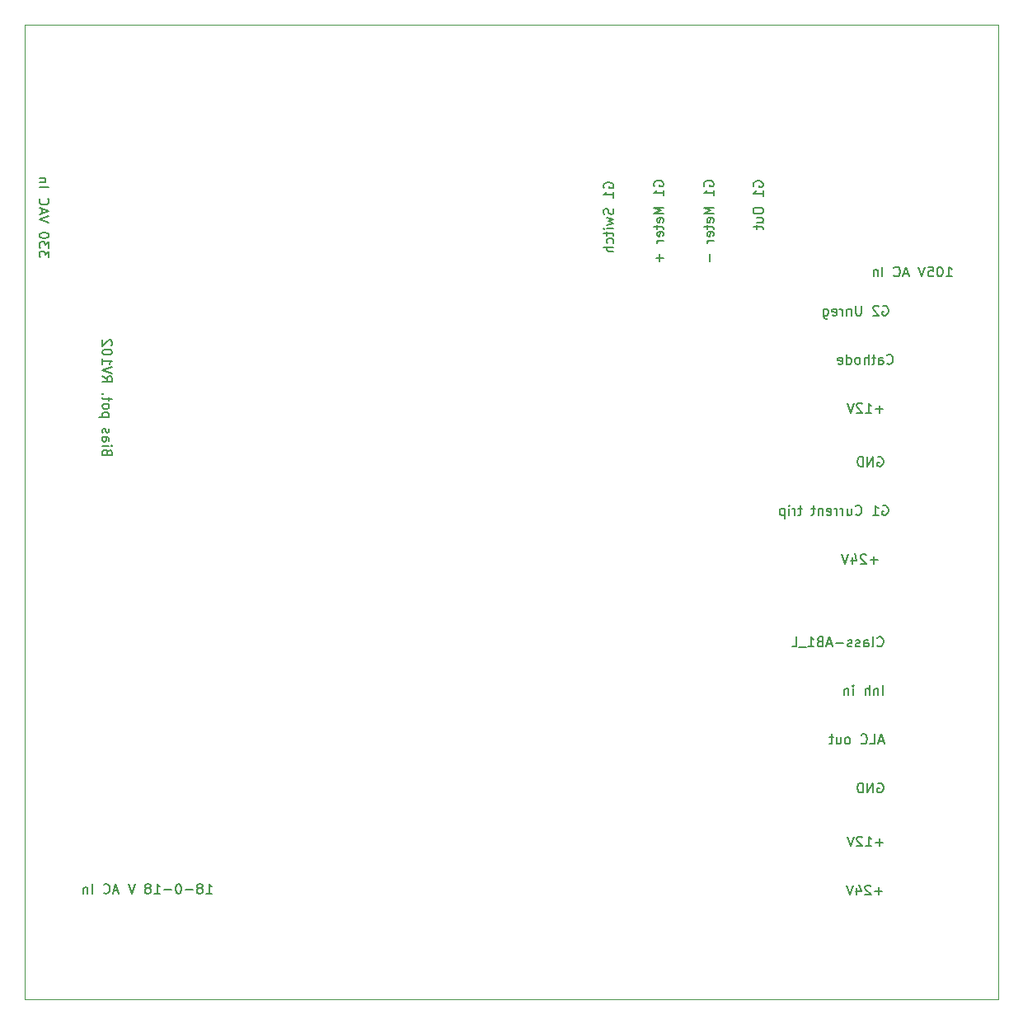
<source format=gbr>
%TF.GenerationSoftware,KiCad,Pcbnew,8.0.0*%
%TF.CreationDate,2024-02-29T12:59:18+01:00*%
%TF.ProjectId,G1-ALC,47312d41-4c43-42e6-9b69-6361645f7063,rev?*%
%TF.SameCoordinates,Original*%
%TF.FileFunction,Legend,Bot*%
%TF.FilePolarity,Positive*%
%FSLAX46Y46*%
G04 Gerber Fmt 4.6, Leading zero omitted, Abs format (unit mm)*
G04 Created by KiCad (PCBNEW 8.0.0) date 2024-02-29 12:59:18*
%MOMM*%
%LPD*%
G01*
G04 APERTURE LIST*
%ADD10C,0.150000*%
%TA.AperFunction,Profile*%
%ADD11C,0.100000*%
%TD*%
G04 APERTURE END LIST*
D10*
X138163220Y-64488866D02*
X137401316Y-64488866D01*
X137782268Y-64869819D02*
X137782268Y-64107914D01*
X136401316Y-64869819D02*
X136972744Y-64869819D01*
X136687030Y-64869819D02*
X136687030Y-63869819D01*
X136687030Y-63869819D02*
X136782268Y-64012676D01*
X136782268Y-64012676D02*
X136877506Y-64107914D01*
X136877506Y-64107914D02*
X136972744Y-64155533D01*
X136020363Y-63965057D02*
X135972744Y-63917438D01*
X135972744Y-63917438D02*
X135877506Y-63869819D01*
X135877506Y-63869819D02*
X135639411Y-63869819D01*
X135639411Y-63869819D02*
X135544173Y-63917438D01*
X135544173Y-63917438D02*
X135496554Y-63965057D01*
X135496554Y-63965057D02*
X135448935Y-64060295D01*
X135448935Y-64060295D02*
X135448935Y-64155533D01*
X135448935Y-64155533D02*
X135496554Y-64298390D01*
X135496554Y-64298390D02*
X136067982Y-64869819D01*
X136067982Y-64869819D02*
X135448935Y-64869819D01*
X135163220Y-63869819D02*
X134829887Y-64869819D01*
X134829887Y-64869819D02*
X134496554Y-63869819D01*
X137639411Y-69417438D02*
X137734649Y-69369819D01*
X137734649Y-69369819D02*
X137877506Y-69369819D01*
X137877506Y-69369819D02*
X138020363Y-69417438D01*
X138020363Y-69417438D02*
X138115601Y-69512676D01*
X138115601Y-69512676D02*
X138163220Y-69607914D01*
X138163220Y-69607914D02*
X138210839Y-69798390D01*
X138210839Y-69798390D02*
X138210839Y-69941247D01*
X138210839Y-69941247D02*
X138163220Y-70131723D01*
X138163220Y-70131723D02*
X138115601Y-70226961D01*
X138115601Y-70226961D02*
X138020363Y-70322200D01*
X138020363Y-70322200D02*
X137877506Y-70369819D01*
X137877506Y-70369819D02*
X137782268Y-70369819D01*
X137782268Y-70369819D02*
X137639411Y-70322200D01*
X137639411Y-70322200D02*
X137591792Y-70274580D01*
X137591792Y-70274580D02*
X137591792Y-69941247D01*
X137591792Y-69941247D02*
X137782268Y-69941247D01*
X137163220Y-70369819D02*
X137163220Y-69369819D01*
X137163220Y-69369819D02*
X136591792Y-70369819D01*
X136591792Y-70369819D02*
X136591792Y-69369819D01*
X136115601Y-70369819D02*
X136115601Y-69369819D01*
X136115601Y-69369819D02*
X135877506Y-69369819D01*
X135877506Y-69369819D02*
X135734649Y-69417438D01*
X135734649Y-69417438D02*
X135639411Y-69512676D01*
X135639411Y-69512676D02*
X135591792Y-69607914D01*
X135591792Y-69607914D02*
X135544173Y-69798390D01*
X135544173Y-69798390D02*
X135544173Y-69941247D01*
X135544173Y-69941247D02*
X135591792Y-70131723D01*
X135591792Y-70131723D02*
X135639411Y-70226961D01*
X135639411Y-70226961D02*
X135734649Y-70322200D01*
X135734649Y-70322200D02*
X135877506Y-70369819D01*
X135877506Y-70369819D02*
X136115601Y-70369819D01*
X138093220Y-113988866D02*
X137331316Y-113988866D01*
X137712268Y-114369819D02*
X137712268Y-113607914D01*
X136902744Y-113465057D02*
X136855125Y-113417438D01*
X136855125Y-113417438D02*
X136759887Y-113369819D01*
X136759887Y-113369819D02*
X136521792Y-113369819D01*
X136521792Y-113369819D02*
X136426554Y-113417438D01*
X136426554Y-113417438D02*
X136378935Y-113465057D01*
X136378935Y-113465057D02*
X136331316Y-113560295D01*
X136331316Y-113560295D02*
X136331316Y-113655533D01*
X136331316Y-113655533D02*
X136378935Y-113798390D01*
X136378935Y-113798390D02*
X136950363Y-114369819D01*
X136950363Y-114369819D02*
X136331316Y-114369819D01*
X135474173Y-113703152D02*
X135474173Y-114369819D01*
X135712268Y-113322200D02*
X135950363Y-114036485D01*
X135950363Y-114036485D02*
X135331316Y-114036485D01*
X135093220Y-113369819D02*
X134759887Y-114369819D01*
X134759887Y-114369819D02*
X134426554Y-113369819D01*
X119827438Y-41580588D02*
X119779819Y-41485350D01*
X119779819Y-41485350D02*
X119779819Y-41342493D01*
X119779819Y-41342493D02*
X119827438Y-41199636D01*
X119827438Y-41199636D02*
X119922676Y-41104398D01*
X119922676Y-41104398D02*
X120017914Y-41056779D01*
X120017914Y-41056779D02*
X120208390Y-41009160D01*
X120208390Y-41009160D02*
X120351247Y-41009160D01*
X120351247Y-41009160D02*
X120541723Y-41056779D01*
X120541723Y-41056779D02*
X120636961Y-41104398D01*
X120636961Y-41104398D02*
X120732200Y-41199636D01*
X120732200Y-41199636D02*
X120779819Y-41342493D01*
X120779819Y-41342493D02*
X120779819Y-41437731D01*
X120779819Y-41437731D02*
X120732200Y-41580588D01*
X120732200Y-41580588D02*
X120684580Y-41628207D01*
X120684580Y-41628207D02*
X120351247Y-41628207D01*
X120351247Y-41628207D02*
X120351247Y-41437731D01*
X120779819Y-42580588D02*
X120779819Y-42009160D01*
X120779819Y-42294874D02*
X119779819Y-42294874D01*
X119779819Y-42294874D02*
X119922676Y-42199636D01*
X119922676Y-42199636D02*
X120017914Y-42104398D01*
X120017914Y-42104398D02*
X120065533Y-42009160D01*
X120779819Y-43771065D02*
X119779819Y-43771065D01*
X119779819Y-43771065D02*
X120494104Y-44104398D01*
X120494104Y-44104398D02*
X119779819Y-44437731D01*
X119779819Y-44437731D02*
X120779819Y-44437731D01*
X120732200Y-45294874D02*
X120779819Y-45199636D01*
X120779819Y-45199636D02*
X120779819Y-45009160D01*
X120779819Y-45009160D02*
X120732200Y-44913922D01*
X120732200Y-44913922D02*
X120636961Y-44866303D01*
X120636961Y-44866303D02*
X120256009Y-44866303D01*
X120256009Y-44866303D02*
X120160771Y-44913922D01*
X120160771Y-44913922D02*
X120113152Y-45009160D01*
X120113152Y-45009160D02*
X120113152Y-45199636D01*
X120113152Y-45199636D02*
X120160771Y-45294874D01*
X120160771Y-45294874D02*
X120256009Y-45342493D01*
X120256009Y-45342493D02*
X120351247Y-45342493D01*
X120351247Y-45342493D02*
X120446485Y-44866303D01*
X120113152Y-45628208D02*
X120113152Y-46009160D01*
X119779819Y-45771065D02*
X120636961Y-45771065D01*
X120636961Y-45771065D02*
X120732200Y-45818684D01*
X120732200Y-45818684D02*
X120779819Y-45913922D01*
X120779819Y-45913922D02*
X120779819Y-46009160D01*
X120732200Y-46723446D02*
X120779819Y-46628208D01*
X120779819Y-46628208D02*
X120779819Y-46437732D01*
X120779819Y-46437732D02*
X120732200Y-46342494D01*
X120732200Y-46342494D02*
X120636961Y-46294875D01*
X120636961Y-46294875D02*
X120256009Y-46294875D01*
X120256009Y-46294875D02*
X120160771Y-46342494D01*
X120160771Y-46342494D02*
X120113152Y-46437732D01*
X120113152Y-46437732D02*
X120113152Y-46628208D01*
X120113152Y-46628208D02*
X120160771Y-46723446D01*
X120160771Y-46723446D02*
X120256009Y-46771065D01*
X120256009Y-46771065D02*
X120351247Y-46771065D01*
X120351247Y-46771065D02*
X120446485Y-46294875D01*
X120779819Y-47199637D02*
X120113152Y-47199637D01*
X120303628Y-47199637D02*
X120208390Y-47247256D01*
X120208390Y-47247256D02*
X120160771Y-47294875D01*
X120160771Y-47294875D02*
X120113152Y-47390113D01*
X120113152Y-47390113D02*
X120113152Y-47485351D01*
X120398866Y-48580590D02*
X120398866Y-49342495D01*
X138591792Y-59774580D02*
X138639411Y-59822200D01*
X138639411Y-59822200D02*
X138782268Y-59869819D01*
X138782268Y-59869819D02*
X138877506Y-59869819D01*
X138877506Y-59869819D02*
X139020363Y-59822200D01*
X139020363Y-59822200D02*
X139115601Y-59726961D01*
X139115601Y-59726961D02*
X139163220Y-59631723D01*
X139163220Y-59631723D02*
X139210839Y-59441247D01*
X139210839Y-59441247D02*
X139210839Y-59298390D01*
X139210839Y-59298390D02*
X139163220Y-59107914D01*
X139163220Y-59107914D02*
X139115601Y-59012676D01*
X139115601Y-59012676D02*
X139020363Y-58917438D01*
X139020363Y-58917438D02*
X138877506Y-58869819D01*
X138877506Y-58869819D02*
X138782268Y-58869819D01*
X138782268Y-58869819D02*
X138639411Y-58917438D01*
X138639411Y-58917438D02*
X138591792Y-58965057D01*
X137734649Y-59869819D02*
X137734649Y-59346009D01*
X137734649Y-59346009D02*
X137782268Y-59250771D01*
X137782268Y-59250771D02*
X137877506Y-59203152D01*
X137877506Y-59203152D02*
X138067982Y-59203152D01*
X138067982Y-59203152D02*
X138163220Y-59250771D01*
X137734649Y-59822200D02*
X137829887Y-59869819D01*
X137829887Y-59869819D02*
X138067982Y-59869819D01*
X138067982Y-59869819D02*
X138163220Y-59822200D01*
X138163220Y-59822200D02*
X138210839Y-59726961D01*
X138210839Y-59726961D02*
X138210839Y-59631723D01*
X138210839Y-59631723D02*
X138163220Y-59536485D01*
X138163220Y-59536485D02*
X138067982Y-59488866D01*
X138067982Y-59488866D02*
X137829887Y-59488866D01*
X137829887Y-59488866D02*
X137734649Y-59441247D01*
X137401315Y-59203152D02*
X137020363Y-59203152D01*
X137258458Y-58869819D02*
X137258458Y-59726961D01*
X137258458Y-59726961D02*
X137210839Y-59822200D01*
X137210839Y-59822200D02*
X137115601Y-59869819D01*
X137115601Y-59869819D02*
X137020363Y-59869819D01*
X136687029Y-59869819D02*
X136687029Y-58869819D01*
X136258458Y-59869819D02*
X136258458Y-59346009D01*
X136258458Y-59346009D02*
X136306077Y-59250771D01*
X136306077Y-59250771D02*
X136401315Y-59203152D01*
X136401315Y-59203152D02*
X136544172Y-59203152D01*
X136544172Y-59203152D02*
X136639410Y-59250771D01*
X136639410Y-59250771D02*
X136687029Y-59298390D01*
X135639410Y-59869819D02*
X135734648Y-59822200D01*
X135734648Y-59822200D02*
X135782267Y-59774580D01*
X135782267Y-59774580D02*
X135829886Y-59679342D01*
X135829886Y-59679342D02*
X135829886Y-59393628D01*
X135829886Y-59393628D02*
X135782267Y-59298390D01*
X135782267Y-59298390D02*
X135734648Y-59250771D01*
X135734648Y-59250771D02*
X135639410Y-59203152D01*
X135639410Y-59203152D02*
X135496553Y-59203152D01*
X135496553Y-59203152D02*
X135401315Y-59250771D01*
X135401315Y-59250771D02*
X135353696Y-59298390D01*
X135353696Y-59298390D02*
X135306077Y-59393628D01*
X135306077Y-59393628D02*
X135306077Y-59679342D01*
X135306077Y-59679342D02*
X135353696Y-59774580D01*
X135353696Y-59774580D02*
X135401315Y-59822200D01*
X135401315Y-59822200D02*
X135496553Y-59869819D01*
X135496553Y-59869819D02*
X135639410Y-59869819D01*
X134448934Y-59869819D02*
X134448934Y-58869819D01*
X134448934Y-59822200D02*
X134544172Y-59869819D01*
X134544172Y-59869819D02*
X134734648Y-59869819D01*
X134734648Y-59869819D02*
X134829886Y-59822200D01*
X134829886Y-59822200D02*
X134877505Y-59774580D01*
X134877505Y-59774580D02*
X134925124Y-59679342D01*
X134925124Y-59679342D02*
X134925124Y-59393628D01*
X134925124Y-59393628D02*
X134877505Y-59298390D01*
X134877505Y-59298390D02*
X134829886Y-59250771D01*
X134829886Y-59250771D02*
X134734648Y-59203152D01*
X134734648Y-59203152D02*
X134544172Y-59203152D01*
X134544172Y-59203152D02*
X134448934Y-59250771D01*
X133591791Y-59822200D02*
X133687029Y-59869819D01*
X133687029Y-59869819D02*
X133877505Y-59869819D01*
X133877505Y-59869819D02*
X133972743Y-59822200D01*
X133972743Y-59822200D02*
X134020362Y-59726961D01*
X134020362Y-59726961D02*
X134020362Y-59346009D01*
X134020362Y-59346009D02*
X133972743Y-59250771D01*
X133972743Y-59250771D02*
X133877505Y-59203152D01*
X133877505Y-59203152D02*
X133687029Y-59203152D01*
X133687029Y-59203152D02*
X133591791Y-59250771D01*
X133591791Y-59250771D02*
X133544172Y-59346009D01*
X133544172Y-59346009D02*
X133544172Y-59441247D01*
X133544172Y-59441247D02*
X134020362Y-59536485D01*
X138163220Y-108988866D02*
X137401316Y-108988866D01*
X137782268Y-109369819D02*
X137782268Y-108607914D01*
X136401316Y-109369819D02*
X136972744Y-109369819D01*
X136687030Y-109369819D02*
X136687030Y-108369819D01*
X136687030Y-108369819D02*
X136782268Y-108512676D01*
X136782268Y-108512676D02*
X136877506Y-108607914D01*
X136877506Y-108607914D02*
X136972744Y-108655533D01*
X136020363Y-108465057D02*
X135972744Y-108417438D01*
X135972744Y-108417438D02*
X135877506Y-108369819D01*
X135877506Y-108369819D02*
X135639411Y-108369819D01*
X135639411Y-108369819D02*
X135544173Y-108417438D01*
X135544173Y-108417438D02*
X135496554Y-108465057D01*
X135496554Y-108465057D02*
X135448935Y-108560295D01*
X135448935Y-108560295D02*
X135448935Y-108655533D01*
X135448935Y-108655533D02*
X135496554Y-108798390D01*
X135496554Y-108798390D02*
X136067982Y-109369819D01*
X136067982Y-109369819D02*
X135448935Y-109369819D01*
X135163220Y-108369819D02*
X134829887Y-109369819D01*
X134829887Y-109369819D02*
X134496554Y-108369819D01*
X138210839Y-98584104D02*
X137734649Y-98584104D01*
X138306077Y-98869819D02*
X137972744Y-97869819D01*
X137972744Y-97869819D02*
X137639411Y-98869819D01*
X136829887Y-98869819D02*
X137306077Y-98869819D01*
X137306077Y-98869819D02*
X137306077Y-97869819D01*
X135925125Y-98774580D02*
X135972744Y-98822200D01*
X135972744Y-98822200D02*
X136115601Y-98869819D01*
X136115601Y-98869819D02*
X136210839Y-98869819D01*
X136210839Y-98869819D02*
X136353696Y-98822200D01*
X136353696Y-98822200D02*
X136448934Y-98726961D01*
X136448934Y-98726961D02*
X136496553Y-98631723D01*
X136496553Y-98631723D02*
X136544172Y-98441247D01*
X136544172Y-98441247D02*
X136544172Y-98298390D01*
X136544172Y-98298390D02*
X136496553Y-98107914D01*
X136496553Y-98107914D02*
X136448934Y-98012676D01*
X136448934Y-98012676D02*
X136353696Y-97917438D01*
X136353696Y-97917438D02*
X136210839Y-97869819D01*
X136210839Y-97869819D02*
X136115601Y-97869819D01*
X136115601Y-97869819D02*
X135972744Y-97917438D01*
X135972744Y-97917438D02*
X135925125Y-97965057D01*
X134591791Y-98869819D02*
X134687029Y-98822200D01*
X134687029Y-98822200D02*
X134734648Y-98774580D01*
X134734648Y-98774580D02*
X134782267Y-98679342D01*
X134782267Y-98679342D02*
X134782267Y-98393628D01*
X134782267Y-98393628D02*
X134734648Y-98298390D01*
X134734648Y-98298390D02*
X134687029Y-98250771D01*
X134687029Y-98250771D02*
X134591791Y-98203152D01*
X134591791Y-98203152D02*
X134448934Y-98203152D01*
X134448934Y-98203152D02*
X134353696Y-98250771D01*
X134353696Y-98250771D02*
X134306077Y-98298390D01*
X134306077Y-98298390D02*
X134258458Y-98393628D01*
X134258458Y-98393628D02*
X134258458Y-98679342D01*
X134258458Y-98679342D02*
X134306077Y-98774580D01*
X134306077Y-98774580D02*
X134353696Y-98822200D01*
X134353696Y-98822200D02*
X134448934Y-98869819D01*
X134448934Y-98869819D02*
X134591791Y-98869819D01*
X133401315Y-98203152D02*
X133401315Y-98869819D01*
X133829886Y-98203152D02*
X133829886Y-98726961D01*
X133829886Y-98726961D02*
X133782267Y-98822200D01*
X133782267Y-98822200D02*
X133687029Y-98869819D01*
X133687029Y-98869819D02*
X133544172Y-98869819D01*
X133544172Y-98869819D02*
X133448934Y-98822200D01*
X133448934Y-98822200D02*
X133401315Y-98774580D01*
X133067981Y-98203152D02*
X132687029Y-98203152D01*
X132925124Y-97869819D02*
X132925124Y-98726961D01*
X132925124Y-98726961D02*
X132877505Y-98822200D01*
X132877505Y-98822200D02*
X132782267Y-98869819D01*
X132782267Y-98869819D02*
X132687029Y-98869819D01*
X68659411Y-114239819D02*
X69230839Y-114239819D01*
X68945125Y-114239819D02*
X68945125Y-113239819D01*
X68945125Y-113239819D02*
X69040363Y-113382676D01*
X69040363Y-113382676D02*
X69135601Y-113477914D01*
X69135601Y-113477914D02*
X69230839Y-113525533D01*
X68087982Y-113668390D02*
X68183220Y-113620771D01*
X68183220Y-113620771D02*
X68230839Y-113573152D01*
X68230839Y-113573152D02*
X68278458Y-113477914D01*
X68278458Y-113477914D02*
X68278458Y-113430295D01*
X68278458Y-113430295D02*
X68230839Y-113335057D01*
X68230839Y-113335057D02*
X68183220Y-113287438D01*
X68183220Y-113287438D02*
X68087982Y-113239819D01*
X68087982Y-113239819D02*
X67897506Y-113239819D01*
X67897506Y-113239819D02*
X67802268Y-113287438D01*
X67802268Y-113287438D02*
X67754649Y-113335057D01*
X67754649Y-113335057D02*
X67707030Y-113430295D01*
X67707030Y-113430295D02*
X67707030Y-113477914D01*
X67707030Y-113477914D02*
X67754649Y-113573152D01*
X67754649Y-113573152D02*
X67802268Y-113620771D01*
X67802268Y-113620771D02*
X67897506Y-113668390D01*
X67897506Y-113668390D02*
X68087982Y-113668390D01*
X68087982Y-113668390D02*
X68183220Y-113716009D01*
X68183220Y-113716009D02*
X68230839Y-113763628D01*
X68230839Y-113763628D02*
X68278458Y-113858866D01*
X68278458Y-113858866D02*
X68278458Y-114049342D01*
X68278458Y-114049342D02*
X68230839Y-114144580D01*
X68230839Y-114144580D02*
X68183220Y-114192200D01*
X68183220Y-114192200D02*
X68087982Y-114239819D01*
X68087982Y-114239819D02*
X67897506Y-114239819D01*
X67897506Y-114239819D02*
X67802268Y-114192200D01*
X67802268Y-114192200D02*
X67754649Y-114144580D01*
X67754649Y-114144580D02*
X67707030Y-114049342D01*
X67707030Y-114049342D02*
X67707030Y-113858866D01*
X67707030Y-113858866D02*
X67754649Y-113763628D01*
X67754649Y-113763628D02*
X67802268Y-113716009D01*
X67802268Y-113716009D02*
X67897506Y-113668390D01*
X67278458Y-113858866D02*
X66516554Y-113858866D01*
X65849887Y-113239819D02*
X65754649Y-113239819D01*
X65754649Y-113239819D02*
X65659411Y-113287438D01*
X65659411Y-113287438D02*
X65611792Y-113335057D01*
X65611792Y-113335057D02*
X65564173Y-113430295D01*
X65564173Y-113430295D02*
X65516554Y-113620771D01*
X65516554Y-113620771D02*
X65516554Y-113858866D01*
X65516554Y-113858866D02*
X65564173Y-114049342D01*
X65564173Y-114049342D02*
X65611792Y-114144580D01*
X65611792Y-114144580D02*
X65659411Y-114192200D01*
X65659411Y-114192200D02*
X65754649Y-114239819D01*
X65754649Y-114239819D02*
X65849887Y-114239819D01*
X65849887Y-114239819D02*
X65945125Y-114192200D01*
X65945125Y-114192200D02*
X65992744Y-114144580D01*
X65992744Y-114144580D02*
X66040363Y-114049342D01*
X66040363Y-114049342D02*
X66087982Y-113858866D01*
X66087982Y-113858866D02*
X66087982Y-113620771D01*
X66087982Y-113620771D02*
X66040363Y-113430295D01*
X66040363Y-113430295D02*
X65992744Y-113335057D01*
X65992744Y-113335057D02*
X65945125Y-113287438D01*
X65945125Y-113287438D02*
X65849887Y-113239819D01*
X65087982Y-113858866D02*
X64326078Y-113858866D01*
X63326078Y-114239819D02*
X63897506Y-114239819D01*
X63611792Y-114239819D02*
X63611792Y-113239819D01*
X63611792Y-113239819D02*
X63707030Y-113382676D01*
X63707030Y-113382676D02*
X63802268Y-113477914D01*
X63802268Y-113477914D02*
X63897506Y-113525533D01*
X62754649Y-113668390D02*
X62849887Y-113620771D01*
X62849887Y-113620771D02*
X62897506Y-113573152D01*
X62897506Y-113573152D02*
X62945125Y-113477914D01*
X62945125Y-113477914D02*
X62945125Y-113430295D01*
X62945125Y-113430295D02*
X62897506Y-113335057D01*
X62897506Y-113335057D02*
X62849887Y-113287438D01*
X62849887Y-113287438D02*
X62754649Y-113239819D01*
X62754649Y-113239819D02*
X62564173Y-113239819D01*
X62564173Y-113239819D02*
X62468935Y-113287438D01*
X62468935Y-113287438D02*
X62421316Y-113335057D01*
X62421316Y-113335057D02*
X62373697Y-113430295D01*
X62373697Y-113430295D02*
X62373697Y-113477914D01*
X62373697Y-113477914D02*
X62421316Y-113573152D01*
X62421316Y-113573152D02*
X62468935Y-113620771D01*
X62468935Y-113620771D02*
X62564173Y-113668390D01*
X62564173Y-113668390D02*
X62754649Y-113668390D01*
X62754649Y-113668390D02*
X62849887Y-113716009D01*
X62849887Y-113716009D02*
X62897506Y-113763628D01*
X62897506Y-113763628D02*
X62945125Y-113858866D01*
X62945125Y-113858866D02*
X62945125Y-114049342D01*
X62945125Y-114049342D02*
X62897506Y-114144580D01*
X62897506Y-114144580D02*
X62849887Y-114192200D01*
X62849887Y-114192200D02*
X62754649Y-114239819D01*
X62754649Y-114239819D02*
X62564173Y-114239819D01*
X62564173Y-114239819D02*
X62468935Y-114192200D01*
X62468935Y-114192200D02*
X62421316Y-114144580D01*
X62421316Y-114144580D02*
X62373697Y-114049342D01*
X62373697Y-114049342D02*
X62373697Y-113858866D01*
X62373697Y-113858866D02*
X62421316Y-113763628D01*
X62421316Y-113763628D02*
X62468935Y-113716009D01*
X62468935Y-113716009D02*
X62564173Y-113668390D01*
X61326077Y-113239819D02*
X60992744Y-114239819D01*
X60992744Y-114239819D02*
X60659411Y-113239819D01*
X59611791Y-113954104D02*
X59135601Y-113954104D01*
X59707029Y-114239819D02*
X59373696Y-113239819D01*
X59373696Y-113239819D02*
X59040363Y-114239819D01*
X58135601Y-114144580D02*
X58183220Y-114192200D01*
X58183220Y-114192200D02*
X58326077Y-114239819D01*
X58326077Y-114239819D02*
X58421315Y-114239819D01*
X58421315Y-114239819D02*
X58564172Y-114192200D01*
X58564172Y-114192200D02*
X58659410Y-114096961D01*
X58659410Y-114096961D02*
X58707029Y-114001723D01*
X58707029Y-114001723D02*
X58754648Y-113811247D01*
X58754648Y-113811247D02*
X58754648Y-113668390D01*
X58754648Y-113668390D02*
X58707029Y-113477914D01*
X58707029Y-113477914D02*
X58659410Y-113382676D01*
X58659410Y-113382676D02*
X58564172Y-113287438D01*
X58564172Y-113287438D02*
X58421315Y-113239819D01*
X58421315Y-113239819D02*
X58326077Y-113239819D01*
X58326077Y-113239819D02*
X58183220Y-113287438D01*
X58183220Y-113287438D02*
X58135601Y-113335057D01*
X56945124Y-114239819D02*
X56945124Y-113239819D01*
X56468934Y-113573152D02*
X56468934Y-114239819D01*
X56468934Y-113668390D02*
X56421315Y-113620771D01*
X56421315Y-113620771D02*
X56326077Y-113573152D01*
X56326077Y-113573152D02*
X56183220Y-113573152D01*
X56183220Y-113573152D02*
X56087982Y-113620771D01*
X56087982Y-113620771D02*
X56040363Y-113716009D01*
X56040363Y-113716009D02*
X56040363Y-114239819D01*
X58523990Y-68919887D02*
X58476371Y-68777030D01*
X58476371Y-68777030D02*
X58428752Y-68729411D01*
X58428752Y-68729411D02*
X58333514Y-68681792D01*
X58333514Y-68681792D02*
X58190657Y-68681792D01*
X58190657Y-68681792D02*
X58095419Y-68729411D01*
X58095419Y-68729411D02*
X58047800Y-68777030D01*
X58047800Y-68777030D02*
X58000180Y-68872268D01*
X58000180Y-68872268D02*
X58000180Y-69253220D01*
X58000180Y-69253220D02*
X59000180Y-69253220D01*
X59000180Y-69253220D02*
X59000180Y-68919887D01*
X59000180Y-68919887D02*
X58952561Y-68824649D01*
X58952561Y-68824649D02*
X58904942Y-68777030D01*
X58904942Y-68777030D02*
X58809704Y-68729411D01*
X58809704Y-68729411D02*
X58714466Y-68729411D01*
X58714466Y-68729411D02*
X58619228Y-68777030D01*
X58619228Y-68777030D02*
X58571609Y-68824649D01*
X58571609Y-68824649D02*
X58523990Y-68919887D01*
X58523990Y-68919887D02*
X58523990Y-69253220D01*
X58000180Y-68253220D02*
X58666847Y-68253220D01*
X59000180Y-68253220D02*
X58952561Y-68300839D01*
X58952561Y-68300839D02*
X58904942Y-68253220D01*
X58904942Y-68253220D02*
X58952561Y-68205601D01*
X58952561Y-68205601D02*
X59000180Y-68253220D01*
X59000180Y-68253220D02*
X58904942Y-68253220D01*
X58000180Y-67348459D02*
X58523990Y-67348459D01*
X58523990Y-67348459D02*
X58619228Y-67396078D01*
X58619228Y-67396078D02*
X58666847Y-67491316D01*
X58666847Y-67491316D02*
X58666847Y-67681792D01*
X58666847Y-67681792D02*
X58619228Y-67777030D01*
X58047800Y-67348459D02*
X58000180Y-67443697D01*
X58000180Y-67443697D02*
X58000180Y-67681792D01*
X58000180Y-67681792D02*
X58047800Y-67777030D01*
X58047800Y-67777030D02*
X58143038Y-67824649D01*
X58143038Y-67824649D02*
X58238276Y-67824649D01*
X58238276Y-67824649D02*
X58333514Y-67777030D01*
X58333514Y-67777030D02*
X58381133Y-67681792D01*
X58381133Y-67681792D02*
X58381133Y-67443697D01*
X58381133Y-67443697D02*
X58428752Y-67348459D01*
X58047800Y-66919887D02*
X58000180Y-66824649D01*
X58000180Y-66824649D02*
X58000180Y-66634173D01*
X58000180Y-66634173D02*
X58047800Y-66538935D01*
X58047800Y-66538935D02*
X58143038Y-66491316D01*
X58143038Y-66491316D02*
X58190657Y-66491316D01*
X58190657Y-66491316D02*
X58285895Y-66538935D01*
X58285895Y-66538935D02*
X58333514Y-66634173D01*
X58333514Y-66634173D02*
X58333514Y-66777030D01*
X58333514Y-66777030D02*
X58381133Y-66872268D01*
X58381133Y-66872268D02*
X58476371Y-66919887D01*
X58476371Y-66919887D02*
X58523990Y-66919887D01*
X58523990Y-66919887D02*
X58619228Y-66872268D01*
X58619228Y-66872268D02*
X58666847Y-66777030D01*
X58666847Y-66777030D02*
X58666847Y-66634173D01*
X58666847Y-66634173D02*
X58619228Y-66538935D01*
X58666847Y-65300839D02*
X57666847Y-65300839D01*
X58619228Y-65300839D02*
X58666847Y-65205601D01*
X58666847Y-65205601D02*
X58666847Y-65015125D01*
X58666847Y-65015125D02*
X58619228Y-64919887D01*
X58619228Y-64919887D02*
X58571609Y-64872268D01*
X58571609Y-64872268D02*
X58476371Y-64824649D01*
X58476371Y-64824649D02*
X58190657Y-64824649D01*
X58190657Y-64824649D02*
X58095419Y-64872268D01*
X58095419Y-64872268D02*
X58047800Y-64919887D01*
X58047800Y-64919887D02*
X58000180Y-65015125D01*
X58000180Y-65015125D02*
X58000180Y-65205601D01*
X58000180Y-65205601D02*
X58047800Y-65300839D01*
X58000180Y-64253220D02*
X58047800Y-64348458D01*
X58047800Y-64348458D02*
X58095419Y-64396077D01*
X58095419Y-64396077D02*
X58190657Y-64443696D01*
X58190657Y-64443696D02*
X58476371Y-64443696D01*
X58476371Y-64443696D02*
X58571609Y-64396077D01*
X58571609Y-64396077D02*
X58619228Y-64348458D01*
X58619228Y-64348458D02*
X58666847Y-64253220D01*
X58666847Y-64253220D02*
X58666847Y-64110363D01*
X58666847Y-64110363D02*
X58619228Y-64015125D01*
X58619228Y-64015125D02*
X58571609Y-63967506D01*
X58571609Y-63967506D02*
X58476371Y-63919887D01*
X58476371Y-63919887D02*
X58190657Y-63919887D01*
X58190657Y-63919887D02*
X58095419Y-63967506D01*
X58095419Y-63967506D02*
X58047800Y-64015125D01*
X58047800Y-64015125D02*
X58000180Y-64110363D01*
X58000180Y-64110363D02*
X58000180Y-64253220D01*
X58666847Y-63634172D02*
X58666847Y-63253220D01*
X59000180Y-63491315D02*
X58143038Y-63491315D01*
X58143038Y-63491315D02*
X58047800Y-63443696D01*
X58047800Y-63443696D02*
X58000180Y-63348458D01*
X58000180Y-63348458D02*
X58000180Y-63253220D01*
X58095419Y-62919886D02*
X58047800Y-62872267D01*
X58047800Y-62872267D02*
X58000180Y-62919886D01*
X58000180Y-62919886D02*
X58047800Y-62967505D01*
X58047800Y-62967505D02*
X58095419Y-62919886D01*
X58095419Y-62919886D02*
X58000180Y-62919886D01*
X58000180Y-61110363D02*
X58476371Y-61443696D01*
X58000180Y-61681791D02*
X59000180Y-61681791D01*
X59000180Y-61681791D02*
X59000180Y-61300839D01*
X59000180Y-61300839D02*
X58952561Y-61205601D01*
X58952561Y-61205601D02*
X58904942Y-61157982D01*
X58904942Y-61157982D02*
X58809704Y-61110363D01*
X58809704Y-61110363D02*
X58666847Y-61110363D01*
X58666847Y-61110363D02*
X58571609Y-61157982D01*
X58571609Y-61157982D02*
X58523990Y-61205601D01*
X58523990Y-61205601D02*
X58476371Y-61300839D01*
X58476371Y-61300839D02*
X58476371Y-61681791D01*
X59000180Y-60824648D02*
X58000180Y-60491315D01*
X58000180Y-60491315D02*
X59000180Y-60157982D01*
X58000180Y-59300839D02*
X58000180Y-59872267D01*
X58000180Y-59586553D02*
X59000180Y-59586553D01*
X59000180Y-59586553D02*
X58857323Y-59681791D01*
X58857323Y-59681791D02*
X58762085Y-59777029D01*
X58762085Y-59777029D02*
X58714466Y-59872267D01*
X59000180Y-58681791D02*
X59000180Y-58586553D01*
X59000180Y-58586553D02*
X58952561Y-58491315D01*
X58952561Y-58491315D02*
X58904942Y-58443696D01*
X58904942Y-58443696D02*
X58809704Y-58396077D01*
X58809704Y-58396077D02*
X58619228Y-58348458D01*
X58619228Y-58348458D02*
X58381133Y-58348458D01*
X58381133Y-58348458D02*
X58190657Y-58396077D01*
X58190657Y-58396077D02*
X58095419Y-58443696D01*
X58095419Y-58443696D02*
X58047800Y-58491315D01*
X58047800Y-58491315D02*
X58000180Y-58586553D01*
X58000180Y-58586553D02*
X58000180Y-58681791D01*
X58000180Y-58681791D02*
X58047800Y-58777029D01*
X58047800Y-58777029D02*
X58095419Y-58824648D01*
X58095419Y-58824648D02*
X58190657Y-58872267D01*
X58190657Y-58872267D02*
X58381133Y-58919886D01*
X58381133Y-58919886D02*
X58619228Y-58919886D01*
X58619228Y-58919886D02*
X58809704Y-58872267D01*
X58809704Y-58872267D02*
X58904942Y-58824648D01*
X58904942Y-58824648D02*
X58952561Y-58777029D01*
X58952561Y-58777029D02*
X59000180Y-58681791D01*
X58904942Y-57967505D02*
X58952561Y-57919886D01*
X58952561Y-57919886D02*
X59000180Y-57824648D01*
X59000180Y-57824648D02*
X59000180Y-57586553D01*
X59000180Y-57586553D02*
X58952561Y-57491315D01*
X58952561Y-57491315D02*
X58904942Y-57443696D01*
X58904942Y-57443696D02*
X58809704Y-57396077D01*
X58809704Y-57396077D02*
X58714466Y-57396077D01*
X58714466Y-57396077D02*
X58571609Y-57443696D01*
X58571609Y-57443696D02*
X58000180Y-58015124D01*
X58000180Y-58015124D02*
X58000180Y-57396077D01*
X52510180Y-48888458D02*
X52510180Y-48269411D01*
X52510180Y-48269411D02*
X52129228Y-48602744D01*
X52129228Y-48602744D02*
X52129228Y-48459887D01*
X52129228Y-48459887D02*
X52081609Y-48364649D01*
X52081609Y-48364649D02*
X52033990Y-48317030D01*
X52033990Y-48317030D02*
X51938752Y-48269411D01*
X51938752Y-48269411D02*
X51700657Y-48269411D01*
X51700657Y-48269411D02*
X51605419Y-48317030D01*
X51605419Y-48317030D02*
X51557800Y-48364649D01*
X51557800Y-48364649D02*
X51510180Y-48459887D01*
X51510180Y-48459887D02*
X51510180Y-48745601D01*
X51510180Y-48745601D02*
X51557800Y-48840839D01*
X51557800Y-48840839D02*
X51605419Y-48888458D01*
X52510180Y-47936077D02*
X52510180Y-47317030D01*
X52510180Y-47317030D02*
X52129228Y-47650363D01*
X52129228Y-47650363D02*
X52129228Y-47507506D01*
X52129228Y-47507506D02*
X52081609Y-47412268D01*
X52081609Y-47412268D02*
X52033990Y-47364649D01*
X52033990Y-47364649D02*
X51938752Y-47317030D01*
X51938752Y-47317030D02*
X51700657Y-47317030D01*
X51700657Y-47317030D02*
X51605419Y-47364649D01*
X51605419Y-47364649D02*
X51557800Y-47412268D01*
X51557800Y-47412268D02*
X51510180Y-47507506D01*
X51510180Y-47507506D02*
X51510180Y-47793220D01*
X51510180Y-47793220D02*
X51557800Y-47888458D01*
X51557800Y-47888458D02*
X51605419Y-47936077D01*
X52510180Y-46697982D02*
X52510180Y-46602744D01*
X52510180Y-46602744D02*
X52462561Y-46507506D01*
X52462561Y-46507506D02*
X52414942Y-46459887D01*
X52414942Y-46459887D02*
X52319704Y-46412268D01*
X52319704Y-46412268D02*
X52129228Y-46364649D01*
X52129228Y-46364649D02*
X51891133Y-46364649D01*
X51891133Y-46364649D02*
X51700657Y-46412268D01*
X51700657Y-46412268D02*
X51605419Y-46459887D01*
X51605419Y-46459887D02*
X51557800Y-46507506D01*
X51557800Y-46507506D02*
X51510180Y-46602744D01*
X51510180Y-46602744D02*
X51510180Y-46697982D01*
X51510180Y-46697982D02*
X51557800Y-46793220D01*
X51557800Y-46793220D02*
X51605419Y-46840839D01*
X51605419Y-46840839D02*
X51700657Y-46888458D01*
X51700657Y-46888458D02*
X51891133Y-46936077D01*
X51891133Y-46936077D02*
X52129228Y-46936077D01*
X52129228Y-46936077D02*
X52319704Y-46888458D01*
X52319704Y-46888458D02*
X52414942Y-46840839D01*
X52414942Y-46840839D02*
X52462561Y-46793220D01*
X52462561Y-46793220D02*
X52510180Y-46697982D01*
X52510180Y-45317029D02*
X51510180Y-44983696D01*
X51510180Y-44983696D02*
X52510180Y-44650363D01*
X51795895Y-44364648D02*
X51795895Y-43888458D01*
X51510180Y-44459886D02*
X52510180Y-44126553D01*
X52510180Y-44126553D02*
X51510180Y-43793220D01*
X51605419Y-42888458D02*
X51557800Y-42936077D01*
X51557800Y-42936077D02*
X51510180Y-43078934D01*
X51510180Y-43078934D02*
X51510180Y-43174172D01*
X51510180Y-43174172D02*
X51557800Y-43317029D01*
X51557800Y-43317029D02*
X51653038Y-43412267D01*
X51653038Y-43412267D02*
X51748276Y-43459886D01*
X51748276Y-43459886D02*
X51938752Y-43507505D01*
X51938752Y-43507505D02*
X52081609Y-43507505D01*
X52081609Y-43507505D02*
X52272085Y-43459886D01*
X52272085Y-43459886D02*
X52367323Y-43412267D01*
X52367323Y-43412267D02*
X52462561Y-43317029D01*
X52462561Y-43317029D02*
X52510180Y-43174172D01*
X52510180Y-43174172D02*
X52510180Y-43078934D01*
X52510180Y-43078934D02*
X52462561Y-42936077D01*
X52462561Y-42936077D02*
X52414942Y-42888458D01*
X51510180Y-41697981D02*
X52510180Y-41697981D01*
X52176847Y-41221791D02*
X51510180Y-41221791D01*
X52081609Y-41221791D02*
X52129228Y-41174172D01*
X52129228Y-41174172D02*
X52176847Y-41078934D01*
X52176847Y-41078934D02*
X52176847Y-40936077D01*
X52176847Y-40936077D02*
X52129228Y-40840839D01*
X52129228Y-40840839D02*
X52033990Y-40793220D01*
X52033990Y-40793220D02*
X51510180Y-40793220D01*
X109527438Y-41760588D02*
X109479819Y-41665350D01*
X109479819Y-41665350D02*
X109479819Y-41522493D01*
X109479819Y-41522493D02*
X109527438Y-41379636D01*
X109527438Y-41379636D02*
X109622676Y-41284398D01*
X109622676Y-41284398D02*
X109717914Y-41236779D01*
X109717914Y-41236779D02*
X109908390Y-41189160D01*
X109908390Y-41189160D02*
X110051247Y-41189160D01*
X110051247Y-41189160D02*
X110241723Y-41236779D01*
X110241723Y-41236779D02*
X110336961Y-41284398D01*
X110336961Y-41284398D02*
X110432200Y-41379636D01*
X110432200Y-41379636D02*
X110479819Y-41522493D01*
X110479819Y-41522493D02*
X110479819Y-41617731D01*
X110479819Y-41617731D02*
X110432200Y-41760588D01*
X110432200Y-41760588D02*
X110384580Y-41808207D01*
X110384580Y-41808207D02*
X110051247Y-41808207D01*
X110051247Y-41808207D02*
X110051247Y-41617731D01*
X110479819Y-42760588D02*
X110479819Y-42189160D01*
X110479819Y-42474874D02*
X109479819Y-42474874D01*
X109479819Y-42474874D02*
X109622676Y-42379636D01*
X109622676Y-42379636D02*
X109717914Y-42284398D01*
X109717914Y-42284398D02*
X109765533Y-42189160D01*
X110432200Y-43903446D02*
X110479819Y-44046303D01*
X110479819Y-44046303D02*
X110479819Y-44284398D01*
X110479819Y-44284398D02*
X110432200Y-44379636D01*
X110432200Y-44379636D02*
X110384580Y-44427255D01*
X110384580Y-44427255D02*
X110289342Y-44474874D01*
X110289342Y-44474874D02*
X110194104Y-44474874D01*
X110194104Y-44474874D02*
X110098866Y-44427255D01*
X110098866Y-44427255D02*
X110051247Y-44379636D01*
X110051247Y-44379636D02*
X110003628Y-44284398D01*
X110003628Y-44284398D02*
X109956009Y-44093922D01*
X109956009Y-44093922D02*
X109908390Y-43998684D01*
X109908390Y-43998684D02*
X109860771Y-43951065D01*
X109860771Y-43951065D02*
X109765533Y-43903446D01*
X109765533Y-43903446D02*
X109670295Y-43903446D01*
X109670295Y-43903446D02*
X109575057Y-43951065D01*
X109575057Y-43951065D02*
X109527438Y-43998684D01*
X109527438Y-43998684D02*
X109479819Y-44093922D01*
X109479819Y-44093922D02*
X109479819Y-44332017D01*
X109479819Y-44332017D02*
X109527438Y-44474874D01*
X109813152Y-44808208D02*
X110479819Y-44998684D01*
X110479819Y-44998684D02*
X110003628Y-45189160D01*
X110003628Y-45189160D02*
X110479819Y-45379636D01*
X110479819Y-45379636D02*
X109813152Y-45570112D01*
X110479819Y-45951065D02*
X109813152Y-45951065D01*
X109479819Y-45951065D02*
X109527438Y-45903446D01*
X109527438Y-45903446D02*
X109575057Y-45951065D01*
X109575057Y-45951065D02*
X109527438Y-45998684D01*
X109527438Y-45998684D02*
X109479819Y-45951065D01*
X109479819Y-45951065D02*
X109575057Y-45951065D01*
X109813152Y-46284398D02*
X109813152Y-46665350D01*
X109479819Y-46427255D02*
X110336961Y-46427255D01*
X110336961Y-46427255D02*
X110432200Y-46474874D01*
X110432200Y-46474874D02*
X110479819Y-46570112D01*
X110479819Y-46570112D02*
X110479819Y-46665350D01*
X110432200Y-47427255D02*
X110479819Y-47332017D01*
X110479819Y-47332017D02*
X110479819Y-47141541D01*
X110479819Y-47141541D02*
X110432200Y-47046303D01*
X110432200Y-47046303D02*
X110384580Y-46998684D01*
X110384580Y-46998684D02*
X110289342Y-46951065D01*
X110289342Y-46951065D02*
X110003628Y-46951065D01*
X110003628Y-46951065D02*
X109908390Y-46998684D01*
X109908390Y-46998684D02*
X109860771Y-47046303D01*
X109860771Y-47046303D02*
X109813152Y-47141541D01*
X109813152Y-47141541D02*
X109813152Y-47332017D01*
X109813152Y-47332017D02*
X109860771Y-47427255D01*
X110479819Y-47855827D02*
X109479819Y-47855827D01*
X110479819Y-48284398D02*
X109956009Y-48284398D01*
X109956009Y-48284398D02*
X109860771Y-48236779D01*
X109860771Y-48236779D02*
X109813152Y-48141541D01*
X109813152Y-48141541D02*
X109813152Y-47998684D01*
X109813152Y-47998684D02*
X109860771Y-47903446D01*
X109860771Y-47903446D02*
X109908390Y-47855827D01*
X144681411Y-50869819D02*
X145252839Y-50869819D01*
X144967125Y-50869819D02*
X144967125Y-49869819D01*
X144967125Y-49869819D02*
X145062363Y-50012676D01*
X145062363Y-50012676D02*
X145157601Y-50107914D01*
X145157601Y-50107914D02*
X145252839Y-50155533D01*
X144062363Y-49869819D02*
X143967125Y-49869819D01*
X143967125Y-49869819D02*
X143871887Y-49917438D01*
X143871887Y-49917438D02*
X143824268Y-49965057D01*
X143824268Y-49965057D02*
X143776649Y-50060295D01*
X143776649Y-50060295D02*
X143729030Y-50250771D01*
X143729030Y-50250771D02*
X143729030Y-50488866D01*
X143729030Y-50488866D02*
X143776649Y-50679342D01*
X143776649Y-50679342D02*
X143824268Y-50774580D01*
X143824268Y-50774580D02*
X143871887Y-50822200D01*
X143871887Y-50822200D02*
X143967125Y-50869819D01*
X143967125Y-50869819D02*
X144062363Y-50869819D01*
X144062363Y-50869819D02*
X144157601Y-50822200D01*
X144157601Y-50822200D02*
X144205220Y-50774580D01*
X144205220Y-50774580D02*
X144252839Y-50679342D01*
X144252839Y-50679342D02*
X144300458Y-50488866D01*
X144300458Y-50488866D02*
X144300458Y-50250771D01*
X144300458Y-50250771D02*
X144252839Y-50060295D01*
X144252839Y-50060295D02*
X144205220Y-49965057D01*
X144205220Y-49965057D02*
X144157601Y-49917438D01*
X144157601Y-49917438D02*
X144062363Y-49869819D01*
X142824268Y-49869819D02*
X143300458Y-49869819D01*
X143300458Y-49869819D02*
X143348077Y-50346009D01*
X143348077Y-50346009D02*
X143300458Y-50298390D01*
X143300458Y-50298390D02*
X143205220Y-50250771D01*
X143205220Y-50250771D02*
X142967125Y-50250771D01*
X142967125Y-50250771D02*
X142871887Y-50298390D01*
X142871887Y-50298390D02*
X142824268Y-50346009D01*
X142824268Y-50346009D02*
X142776649Y-50441247D01*
X142776649Y-50441247D02*
X142776649Y-50679342D01*
X142776649Y-50679342D02*
X142824268Y-50774580D01*
X142824268Y-50774580D02*
X142871887Y-50822200D01*
X142871887Y-50822200D02*
X142967125Y-50869819D01*
X142967125Y-50869819D02*
X143205220Y-50869819D01*
X143205220Y-50869819D02*
X143300458Y-50822200D01*
X143300458Y-50822200D02*
X143348077Y-50774580D01*
X142490934Y-49869819D02*
X142157601Y-50869819D01*
X142157601Y-50869819D02*
X141824268Y-49869819D01*
X140776648Y-50584104D02*
X140300458Y-50584104D01*
X140871886Y-50869819D02*
X140538553Y-49869819D01*
X140538553Y-49869819D02*
X140205220Y-50869819D01*
X139300458Y-50774580D02*
X139348077Y-50822200D01*
X139348077Y-50822200D02*
X139490934Y-50869819D01*
X139490934Y-50869819D02*
X139586172Y-50869819D01*
X139586172Y-50869819D02*
X139729029Y-50822200D01*
X139729029Y-50822200D02*
X139824267Y-50726961D01*
X139824267Y-50726961D02*
X139871886Y-50631723D01*
X139871886Y-50631723D02*
X139919505Y-50441247D01*
X139919505Y-50441247D02*
X139919505Y-50298390D01*
X139919505Y-50298390D02*
X139871886Y-50107914D01*
X139871886Y-50107914D02*
X139824267Y-50012676D01*
X139824267Y-50012676D02*
X139729029Y-49917438D01*
X139729029Y-49917438D02*
X139586172Y-49869819D01*
X139586172Y-49869819D02*
X139490934Y-49869819D01*
X139490934Y-49869819D02*
X139348077Y-49917438D01*
X139348077Y-49917438D02*
X139300458Y-49965057D01*
X138109981Y-50869819D02*
X138109981Y-49869819D01*
X137633791Y-50203152D02*
X137633791Y-50869819D01*
X137633791Y-50298390D02*
X137586172Y-50250771D01*
X137586172Y-50250771D02*
X137490934Y-50203152D01*
X137490934Y-50203152D02*
X137348077Y-50203152D01*
X137348077Y-50203152D02*
X137252839Y-50250771D01*
X137252839Y-50250771D02*
X137205220Y-50346009D01*
X137205220Y-50346009D02*
X137205220Y-50869819D01*
X138163220Y-93869819D02*
X138163220Y-92869819D01*
X137687030Y-93203152D02*
X137687030Y-93869819D01*
X137687030Y-93298390D02*
X137639411Y-93250771D01*
X137639411Y-93250771D02*
X137544173Y-93203152D01*
X137544173Y-93203152D02*
X137401316Y-93203152D01*
X137401316Y-93203152D02*
X137306078Y-93250771D01*
X137306078Y-93250771D02*
X137258459Y-93346009D01*
X137258459Y-93346009D02*
X137258459Y-93869819D01*
X136782268Y-93869819D02*
X136782268Y-92869819D01*
X136353697Y-93869819D02*
X136353697Y-93346009D01*
X136353697Y-93346009D02*
X136401316Y-93250771D01*
X136401316Y-93250771D02*
X136496554Y-93203152D01*
X136496554Y-93203152D02*
X136639411Y-93203152D01*
X136639411Y-93203152D02*
X136734649Y-93250771D01*
X136734649Y-93250771D02*
X136782268Y-93298390D01*
X135115601Y-93869819D02*
X135115601Y-93203152D01*
X135115601Y-92869819D02*
X135163220Y-92917438D01*
X135163220Y-92917438D02*
X135115601Y-92965057D01*
X135115601Y-92965057D02*
X135067982Y-92917438D01*
X135067982Y-92917438D02*
X135115601Y-92869819D01*
X135115601Y-92869819D02*
X135115601Y-92965057D01*
X134639411Y-93203152D02*
X134639411Y-93869819D01*
X134639411Y-93298390D02*
X134591792Y-93250771D01*
X134591792Y-93250771D02*
X134496554Y-93203152D01*
X134496554Y-93203152D02*
X134353697Y-93203152D01*
X134353697Y-93203152D02*
X134258459Y-93250771D01*
X134258459Y-93250771D02*
X134210840Y-93346009D01*
X134210840Y-93346009D02*
X134210840Y-93869819D01*
X124897438Y-41630588D02*
X124849819Y-41535350D01*
X124849819Y-41535350D02*
X124849819Y-41392493D01*
X124849819Y-41392493D02*
X124897438Y-41249636D01*
X124897438Y-41249636D02*
X124992676Y-41154398D01*
X124992676Y-41154398D02*
X125087914Y-41106779D01*
X125087914Y-41106779D02*
X125278390Y-41059160D01*
X125278390Y-41059160D02*
X125421247Y-41059160D01*
X125421247Y-41059160D02*
X125611723Y-41106779D01*
X125611723Y-41106779D02*
X125706961Y-41154398D01*
X125706961Y-41154398D02*
X125802200Y-41249636D01*
X125802200Y-41249636D02*
X125849819Y-41392493D01*
X125849819Y-41392493D02*
X125849819Y-41487731D01*
X125849819Y-41487731D02*
X125802200Y-41630588D01*
X125802200Y-41630588D02*
X125754580Y-41678207D01*
X125754580Y-41678207D02*
X125421247Y-41678207D01*
X125421247Y-41678207D02*
X125421247Y-41487731D01*
X125849819Y-42630588D02*
X125849819Y-42059160D01*
X125849819Y-42344874D02*
X124849819Y-42344874D01*
X124849819Y-42344874D02*
X124992676Y-42249636D01*
X124992676Y-42249636D02*
X125087914Y-42154398D01*
X125087914Y-42154398D02*
X125135533Y-42059160D01*
X124849819Y-44011541D02*
X124849819Y-44202017D01*
X124849819Y-44202017D02*
X124897438Y-44297255D01*
X124897438Y-44297255D02*
X124992676Y-44392493D01*
X124992676Y-44392493D02*
X125183152Y-44440112D01*
X125183152Y-44440112D02*
X125516485Y-44440112D01*
X125516485Y-44440112D02*
X125706961Y-44392493D01*
X125706961Y-44392493D02*
X125802200Y-44297255D01*
X125802200Y-44297255D02*
X125849819Y-44202017D01*
X125849819Y-44202017D02*
X125849819Y-44011541D01*
X125849819Y-44011541D02*
X125802200Y-43916303D01*
X125802200Y-43916303D02*
X125706961Y-43821065D01*
X125706961Y-43821065D02*
X125516485Y-43773446D01*
X125516485Y-43773446D02*
X125183152Y-43773446D01*
X125183152Y-43773446D02*
X124992676Y-43821065D01*
X124992676Y-43821065D02*
X124897438Y-43916303D01*
X124897438Y-43916303D02*
X124849819Y-44011541D01*
X125183152Y-45297255D02*
X125849819Y-45297255D01*
X125183152Y-44868684D02*
X125706961Y-44868684D01*
X125706961Y-44868684D02*
X125802200Y-44916303D01*
X125802200Y-44916303D02*
X125849819Y-45011541D01*
X125849819Y-45011541D02*
X125849819Y-45154398D01*
X125849819Y-45154398D02*
X125802200Y-45249636D01*
X125802200Y-45249636D02*
X125754580Y-45297255D01*
X125183152Y-45630589D02*
X125183152Y-46011541D01*
X124849819Y-45773446D02*
X125706961Y-45773446D01*
X125706961Y-45773446D02*
X125802200Y-45821065D01*
X125802200Y-45821065D02*
X125849819Y-45916303D01*
X125849819Y-45916303D02*
X125849819Y-46011541D01*
X138139411Y-74417438D02*
X138234649Y-74369819D01*
X138234649Y-74369819D02*
X138377506Y-74369819D01*
X138377506Y-74369819D02*
X138520363Y-74417438D01*
X138520363Y-74417438D02*
X138615601Y-74512676D01*
X138615601Y-74512676D02*
X138663220Y-74607914D01*
X138663220Y-74607914D02*
X138710839Y-74798390D01*
X138710839Y-74798390D02*
X138710839Y-74941247D01*
X138710839Y-74941247D02*
X138663220Y-75131723D01*
X138663220Y-75131723D02*
X138615601Y-75226961D01*
X138615601Y-75226961D02*
X138520363Y-75322200D01*
X138520363Y-75322200D02*
X138377506Y-75369819D01*
X138377506Y-75369819D02*
X138282268Y-75369819D01*
X138282268Y-75369819D02*
X138139411Y-75322200D01*
X138139411Y-75322200D02*
X138091792Y-75274580D01*
X138091792Y-75274580D02*
X138091792Y-74941247D01*
X138091792Y-74941247D02*
X138282268Y-74941247D01*
X137139411Y-75369819D02*
X137710839Y-75369819D01*
X137425125Y-75369819D02*
X137425125Y-74369819D01*
X137425125Y-74369819D02*
X137520363Y-74512676D01*
X137520363Y-74512676D02*
X137615601Y-74607914D01*
X137615601Y-74607914D02*
X137710839Y-74655533D01*
X135377506Y-75274580D02*
X135425125Y-75322200D01*
X135425125Y-75322200D02*
X135567982Y-75369819D01*
X135567982Y-75369819D02*
X135663220Y-75369819D01*
X135663220Y-75369819D02*
X135806077Y-75322200D01*
X135806077Y-75322200D02*
X135901315Y-75226961D01*
X135901315Y-75226961D02*
X135948934Y-75131723D01*
X135948934Y-75131723D02*
X135996553Y-74941247D01*
X135996553Y-74941247D02*
X135996553Y-74798390D01*
X135996553Y-74798390D02*
X135948934Y-74607914D01*
X135948934Y-74607914D02*
X135901315Y-74512676D01*
X135901315Y-74512676D02*
X135806077Y-74417438D01*
X135806077Y-74417438D02*
X135663220Y-74369819D01*
X135663220Y-74369819D02*
X135567982Y-74369819D01*
X135567982Y-74369819D02*
X135425125Y-74417438D01*
X135425125Y-74417438D02*
X135377506Y-74465057D01*
X134520363Y-74703152D02*
X134520363Y-75369819D01*
X134948934Y-74703152D02*
X134948934Y-75226961D01*
X134948934Y-75226961D02*
X134901315Y-75322200D01*
X134901315Y-75322200D02*
X134806077Y-75369819D01*
X134806077Y-75369819D02*
X134663220Y-75369819D01*
X134663220Y-75369819D02*
X134567982Y-75322200D01*
X134567982Y-75322200D02*
X134520363Y-75274580D01*
X134044172Y-75369819D02*
X134044172Y-74703152D01*
X134044172Y-74893628D02*
X133996553Y-74798390D01*
X133996553Y-74798390D02*
X133948934Y-74750771D01*
X133948934Y-74750771D02*
X133853696Y-74703152D01*
X133853696Y-74703152D02*
X133758458Y-74703152D01*
X133425124Y-75369819D02*
X133425124Y-74703152D01*
X133425124Y-74893628D02*
X133377505Y-74798390D01*
X133377505Y-74798390D02*
X133329886Y-74750771D01*
X133329886Y-74750771D02*
X133234648Y-74703152D01*
X133234648Y-74703152D02*
X133139410Y-74703152D01*
X132425124Y-75322200D02*
X132520362Y-75369819D01*
X132520362Y-75369819D02*
X132710838Y-75369819D01*
X132710838Y-75369819D02*
X132806076Y-75322200D01*
X132806076Y-75322200D02*
X132853695Y-75226961D01*
X132853695Y-75226961D02*
X132853695Y-74846009D01*
X132853695Y-74846009D02*
X132806076Y-74750771D01*
X132806076Y-74750771D02*
X132710838Y-74703152D01*
X132710838Y-74703152D02*
X132520362Y-74703152D01*
X132520362Y-74703152D02*
X132425124Y-74750771D01*
X132425124Y-74750771D02*
X132377505Y-74846009D01*
X132377505Y-74846009D02*
X132377505Y-74941247D01*
X132377505Y-74941247D02*
X132853695Y-75036485D01*
X131948933Y-74703152D02*
X131948933Y-75369819D01*
X131948933Y-74798390D02*
X131901314Y-74750771D01*
X131901314Y-74750771D02*
X131806076Y-74703152D01*
X131806076Y-74703152D02*
X131663219Y-74703152D01*
X131663219Y-74703152D02*
X131567981Y-74750771D01*
X131567981Y-74750771D02*
X131520362Y-74846009D01*
X131520362Y-74846009D02*
X131520362Y-75369819D01*
X131187028Y-74703152D02*
X130806076Y-74703152D01*
X131044171Y-74369819D02*
X131044171Y-75226961D01*
X131044171Y-75226961D02*
X130996552Y-75322200D01*
X130996552Y-75322200D02*
X130901314Y-75369819D01*
X130901314Y-75369819D02*
X130806076Y-75369819D01*
X129853694Y-74703152D02*
X129472742Y-74703152D01*
X129710837Y-74369819D02*
X129710837Y-75226961D01*
X129710837Y-75226961D02*
X129663218Y-75322200D01*
X129663218Y-75322200D02*
X129567980Y-75369819D01*
X129567980Y-75369819D02*
X129472742Y-75369819D01*
X129139408Y-75369819D02*
X129139408Y-74703152D01*
X129139408Y-74893628D02*
X129091789Y-74798390D01*
X129091789Y-74798390D02*
X129044170Y-74750771D01*
X129044170Y-74750771D02*
X128948932Y-74703152D01*
X128948932Y-74703152D02*
X128853694Y-74703152D01*
X128520360Y-75369819D02*
X128520360Y-74703152D01*
X128520360Y-74369819D02*
X128567979Y-74417438D01*
X128567979Y-74417438D02*
X128520360Y-74465057D01*
X128520360Y-74465057D02*
X128472741Y-74417438D01*
X128472741Y-74417438D02*
X128520360Y-74369819D01*
X128520360Y-74369819D02*
X128520360Y-74465057D01*
X128044170Y-74703152D02*
X128044170Y-75703152D01*
X128044170Y-74750771D02*
X127948932Y-74703152D01*
X127948932Y-74703152D02*
X127758456Y-74703152D01*
X127758456Y-74703152D02*
X127663218Y-74750771D01*
X127663218Y-74750771D02*
X127615599Y-74798390D01*
X127615599Y-74798390D02*
X127567980Y-74893628D01*
X127567980Y-74893628D02*
X127567980Y-75179342D01*
X127567980Y-75179342D02*
X127615599Y-75274580D01*
X127615599Y-75274580D02*
X127663218Y-75322200D01*
X127663218Y-75322200D02*
X127758456Y-75369819D01*
X127758456Y-75369819D02*
X127948932Y-75369819D01*
X127948932Y-75369819D02*
X128044170Y-75322200D01*
X137623220Y-79988866D02*
X136861316Y-79988866D01*
X137242268Y-80369819D02*
X137242268Y-79607914D01*
X136432744Y-79465057D02*
X136385125Y-79417438D01*
X136385125Y-79417438D02*
X136289887Y-79369819D01*
X136289887Y-79369819D02*
X136051792Y-79369819D01*
X136051792Y-79369819D02*
X135956554Y-79417438D01*
X135956554Y-79417438D02*
X135908935Y-79465057D01*
X135908935Y-79465057D02*
X135861316Y-79560295D01*
X135861316Y-79560295D02*
X135861316Y-79655533D01*
X135861316Y-79655533D02*
X135908935Y-79798390D01*
X135908935Y-79798390D02*
X136480363Y-80369819D01*
X136480363Y-80369819D02*
X135861316Y-80369819D01*
X135004173Y-79703152D02*
X135004173Y-80369819D01*
X135242268Y-79322200D02*
X135480363Y-80036485D01*
X135480363Y-80036485D02*
X134861316Y-80036485D01*
X134623220Y-79369819D02*
X134289887Y-80369819D01*
X134289887Y-80369819D02*
X133956554Y-79369819D01*
X137591792Y-88774580D02*
X137639411Y-88822200D01*
X137639411Y-88822200D02*
X137782268Y-88869819D01*
X137782268Y-88869819D02*
X137877506Y-88869819D01*
X137877506Y-88869819D02*
X138020363Y-88822200D01*
X138020363Y-88822200D02*
X138115601Y-88726961D01*
X138115601Y-88726961D02*
X138163220Y-88631723D01*
X138163220Y-88631723D02*
X138210839Y-88441247D01*
X138210839Y-88441247D02*
X138210839Y-88298390D01*
X138210839Y-88298390D02*
X138163220Y-88107914D01*
X138163220Y-88107914D02*
X138115601Y-88012676D01*
X138115601Y-88012676D02*
X138020363Y-87917438D01*
X138020363Y-87917438D02*
X137877506Y-87869819D01*
X137877506Y-87869819D02*
X137782268Y-87869819D01*
X137782268Y-87869819D02*
X137639411Y-87917438D01*
X137639411Y-87917438D02*
X137591792Y-87965057D01*
X137020363Y-88869819D02*
X137115601Y-88822200D01*
X137115601Y-88822200D02*
X137163220Y-88726961D01*
X137163220Y-88726961D02*
X137163220Y-87869819D01*
X136210839Y-88869819D02*
X136210839Y-88346009D01*
X136210839Y-88346009D02*
X136258458Y-88250771D01*
X136258458Y-88250771D02*
X136353696Y-88203152D01*
X136353696Y-88203152D02*
X136544172Y-88203152D01*
X136544172Y-88203152D02*
X136639410Y-88250771D01*
X136210839Y-88822200D02*
X136306077Y-88869819D01*
X136306077Y-88869819D02*
X136544172Y-88869819D01*
X136544172Y-88869819D02*
X136639410Y-88822200D01*
X136639410Y-88822200D02*
X136687029Y-88726961D01*
X136687029Y-88726961D02*
X136687029Y-88631723D01*
X136687029Y-88631723D02*
X136639410Y-88536485D01*
X136639410Y-88536485D02*
X136544172Y-88488866D01*
X136544172Y-88488866D02*
X136306077Y-88488866D01*
X136306077Y-88488866D02*
X136210839Y-88441247D01*
X135782267Y-88822200D02*
X135687029Y-88869819D01*
X135687029Y-88869819D02*
X135496553Y-88869819D01*
X135496553Y-88869819D02*
X135401315Y-88822200D01*
X135401315Y-88822200D02*
X135353696Y-88726961D01*
X135353696Y-88726961D02*
X135353696Y-88679342D01*
X135353696Y-88679342D02*
X135401315Y-88584104D01*
X135401315Y-88584104D02*
X135496553Y-88536485D01*
X135496553Y-88536485D02*
X135639410Y-88536485D01*
X135639410Y-88536485D02*
X135734648Y-88488866D01*
X135734648Y-88488866D02*
X135782267Y-88393628D01*
X135782267Y-88393628D02*
X135782267Y-88346009D01*
X135782267Y-88346009D02*
X135734648Y-88250771D01*
X135734648Y-88250771D02*
X135639410Y-88203152D01*
X135639410Y-88203152D02*
X135496553Y-88203152D01*
X135496553Y-88203152D02*
X135401315Y-88250771D01*
X134972743Y-88822200D02*
X134877505Y-88869819D01*
X134877505Y-88869819D02*
X134687029Y-88869819D01*
X134687029Y-88869819D02*
X134591791Y-88822200D01*
X134591791Y-88822200D02*
X134544172Y-88726961D01*
X134544172Y-88726961D02*
X134544172Y-88679342D01*
X134544172Y-88679342D02*
X134591791Y-88584104D01*
X134591791Y-88584104D02*
X134687029Y-88536485D01*
X134687029Y-88536485D02*
X134829886Y-88536485D01*
X134829886Y-88536485D02*
X134925124Y-88488866D01*
X134925124Y-88488866D02*
X134972743Y-88393628D01*
X134972743Y-88393628D02*
X134972743Y-88346009D01*
X134972743Y-88346009D02*
X134925124Y-88250771D01*
X134925124Y-88250771D02*
X134829886Y-88203152D01*
X134829886Y-88203152D02*
X134687029Y-88203152D01*
X134687029Y-88203152D02*
X134591791Y-88250771D01*
X134115600Y-88488866D02*
X133353696Y-88488866D01*
X132925124Y-88584104D02*
X132448934Y-88584104D01*
X133020362Y-88869819D02*
X132687029Y-87869819D01*
X132687029Y-87869819D02*
X132353696Y-88869819D01*
X131687029Y-88346009D02*
X131544172Y-88393628D01*
X131544172Y-88393628D02*
X131496553Y-88441247D01*
X131496553Y-88441247D02*
X131448934Y-88536485D01*
X131448934Y-88536485D02*
X131448934Y-88679342D01*
X131448934Y-88679342D02*
X131496553Y-88774580D01*
X131496553Y-88774580D02*
X131544172Y-88822200D01*
X131544172Y-88822200D02*
X131639410Y-88869819D01*
X131639410Y-88869819D02*
X132020362Y-88869819D01*
X132020362Y-88869819D02*
X132020362Y-87869819D01*
X132020362Y-87869819D02*
X131687029Y-87869819D01*
X131687029Y-87869819D02*
X131591791Y-87917438D01*
X131591791Y-87917438D02*
X131544172Y-87965057D01*
X131544172Y-87965057D02*
X131496553Y-88060295D01*
X131496553Y-88060295D02*
X131496553Y-88155533D01*
X131496553Y-88155533D02*
X131544172Y-88250771D01*
X131544172Y-88250771D02*
X131591791Y-88298390D01*
X131591791Y-88298390D02*
X131687029Y-88346009D01*
X131687029Y-88346009D02*
X132020362Y-88346009D01*
X130496553Y-88869819D02*
X131067981Y-88869819D01*
X130782267Y-88869819D02*
X130782267Y-87869819D01*
X130782267Y-87869819D02*
X130877505Y-88012676D01*
X130877505Y-88012676D02*
X130972743Y-88107914D01*
X130972743Y-88107914D02*
X131067981Y-88155533D01*
X130306077Y-88965057D02*
X129544172Y-88965057D01*
X128829886Y-88869819D02*
X129306076Y-88869819D01*
X129306076Y-88869819D02*
X129306076Y-87869819D01*
X138139411Y-53917438D02*
X138234649Y-53869819D01*
X138234649Y-53869819D02*
X138377506Y-53869819D01*
X138377506Y-53869819D02*
X138520363Y-53917438D01*
X138520363Y-53917438D02*
X138615601Y-54012676D01*
X138615601Y-54012676D02*
X138663220Y-54107914D01*
X138663220Y-54107914D02*
X138710839Y-54298390D01*
X138710839Y-54298390D02*
X138710839Y-54441247D01*
X138710839Y-54441247D02*
X138663220Y-54631723D01*
X138663220Y-54631723D02*
X138615601Y-54726961D01*
X138615601Y-54726961D02*
X138520363Y-54822200D01*
X138520363Y-54822200D02*
X138377506Y-54869819D01*
X138377506Y-54869819D02*
X138282268Y-54869819D01*
X138282268Y-54869819D02*
X138139411Y-54822200D01*
X138139411Y-54822200D02*
X138091792Y-54774580D01*
X138091792Y-54774580D02*
X138091792Y-54441247D01*
X138091792Y-54441247D02*
X138282268Y-54441247D01*
X137710839Y-53965057D02*
X137663220Y-53917438D01*
X137663220Y-53917438D02*
X137567982Y-53869819D01*
X137567982Y-53869819D02*
X137329887Y-53869819D01*
X137329887Y-53869819D02*
X137234649Y-53917438D01*
X137234649Y-53917438D02*
X137187030Y-53965057D01*
X137187030Y-53965057D02*
X137139411Y-54060295D01*
X137139411Y-54060295D02*
X137139411Y-54155533D01*
X137139411Y-54155533D02*
X137187030Y-54298390D01*
X137187030Y-54298390D02*
X137758458Y-54869819D01*
X137758458Y-54869819D02*
X137139411Y-54869819D01*
X135948934Y-53869819D02*
X135948934Y-54679342D01*
X135948934Y-54679342D02*
X135901315Y-54774580D01*
X135901315Y-54774580D02*
X135853696Y-54822200D01*
X135853696Y-54822200D02*
X135758458Y-54869819D01*
X135758458Y-54869819D02*
X135567982Y-54869819D01*
X135567982Y-54869819D02*
X135472744Y-54822200D01*
X135472744Y-54822200D02*
X135425125Y-54774580D01*
X135425125Y-54774580D02*
X135377506Y-54679342D01*
X135377506Y-54679342D02*
X135377506Y-53869819D01*
X134901315Y-54203152D02*
X134901315Y-54869819D01*
X134901315Y-54298390D02*
X134853696Y-54250771D01*
X134853696Y-54250771D02*
X134758458Y-54203152D01*
X134758458Y-54203152D02*
X134615601Y-54203152D01*
X134615601Y-54203152D02*
X134520363Y-54250771D01*
X134520363Y-54250771D02*
X134472744Y-54346009D01*
X134472744Y-54346009D02*
X134472744Y-54869819D01*
X133996553Y-54869819D02*
X133996553Y-54203152D01*
X133996553Y-54393628D02*
X133948934Y-54298390D01*
X133948934Y-54298390D02*
X133901315Y-54250771D01*
X133901315Y-54250771D02*
X133806077Y-54203152D01*
X133806077Y-54203152D02*
X133710839Y-54203152D01*
X132996553Y-54822200D02*
X133091791Y-54869819D01*
X133091791Y-54869819D02*
X133282267Y-54869819D01*
X133282267Y-54869819D02*
X133377505Y-54822200D01*
X133377505Y-54822200D02*
X133425124Y-54726961D01*
X133425124Y-54726961D02*
X133425124Y-54346009D01*
X133425124Y-54346009D02*
X133377505Y-54250771D01*
X133377505Y-54250771D02*
X133282267Y-54203152D01*
X133282267Y-54203152D02*
X133091791Y-54203152D01*
X133091791Y-54203152D02*
X132996553Y-54250771D01*
X132996553Y-54250771D02*
X132948934Y-54346009D01*
X132948934Y-54346009D02*
X132948934Y-54441247D01*
X132948934Y-54441247D02*
X133425124Y-54536485D01*
X132091791Y-54203152D02*
X132091791Y-55012676D01*
X132091791Y-55012676D02*
X132139410Y-55107914D01*
X132139410Y-55107914D02*
X132187029Y-55155533D01*
X132187029Y-55155533D02*
X132282267Y-55203152D01*
X132282267Y-55203152D02*
X132425124Y-55203152D01*
X132425124Y-55203152D02*
X132520362Y-55155533D01*
X132091791Y-54822200D02*
X132187029Y-54869819D01*
X132187029Y-54869819D02*
X132377505Y-54869819D01*
X132377505Y-54869819D02*
X132472743Y-54822200D01*
X132472743Y-54822200D02*
X132520362Y-54774580D01*
X132520362Y-54774580D02*
X132567981Y-54679342D01*
X132567981Y-54679342D02*
X132567981Y-54393628D01*
X132567981Y-54393628D02*
X132520362Y-54298390D01*
X132520362Y-54298390D02*
X132472743Y-54250771D01*
X132472743Y-54250771D02*
X132377505Y-54203152D01*
X132377505Y-54203152D02*
X132187029Y-54203152D01*
X132187029Y-54203152D02*
X132091791Y-54250771D01*
X137639411Y-102917438D02*
X137734649Y-102869819D01*
X137734649Y-102869819D02*
X137877506Y-102869819D01*
X137877506Y-102869819D02*
X138020363Y-102917438D01*
X138020363Y-102917438D02*
X138115601Y-103012676D01*
X138115601Y-103012676D02*
X138163220Y-103107914D01*
X138163220Y-103107914D02*
X138210839Y-103298390D01*
X138210839Y-103298390D02*
X138210839Y-103441247D01*
X138210839Y-103441247D02*
X138163220Y-103631723D01*
X138163220Y-103631723D02*
X138115601Y-103726961D01*
X138115601Y-103726961D02*
X138020363Y-103822200D01*
X138020363Y-103822200D02*
X137877506Y-103869819D01*
X137877506Y-103869819D02*
X137782268Y-103869819D01*
X137782268Y-103869819D02*
X137639411Y-103822200D01*
X137639411Y-103822200D02*
X137591792Y-103774580D01*
X137591792Y-103774580D02*
X137591792Y-103441247D01*
X137591792Y-103441247D02*
X137782268Y-103441247D01*
X137163220Y-103869819D02*
X137163220Y-102869819D01*
X137163220Y-102869819D02*
X136591792Y-103869819D01*
X136591792Y-103869819D02*
X136591792Y-102869819D01*
X136115601Y-103869819D02*
X136115601Y-102869819D01*
X136115601Y-102869819D02*
X135877506Y-102869819D01*
X135877506Y-102869819D02*
X135734649Y-102917438D01*
X135734649Y-102917438D02*
X135639411Y-103012676D01*
X135639411Y-103012676D02*
X135591792Y-103107914D01*
X135591792Y-103107914D02*
X135544173Y-103298390D01*
X135544173Y-103298390D02*
X135544173Y-103441247D01*
X135544173Y-103441247D02*
X135591792Y-103631723D01*
X135591792Y-103631723D02*
X135639411Y-103726961D01*
X135639411Y-103726961D02*
X135734649Y-103822200D01*
X135734649Y-103822200D02*
X135877506Y-103869819D01*
X135877506Y-103869819D02*
X136115601Y-103869819D01*
X114677438Y-41580588D02*
X114629819Y-41485350D01*
X114629819Y-41485350D02*
X114629819Y-41342493D01*
X114629819Y-41342493D02*
X114677438Y-41199636D01*
X114677438Y-41199636D02*
X114772676Y-41104398D01*
X114772676Y-41104398D02*
X114867914Y-41056779D01*
X114867914Y-41056779D02*
X115058390Y-41009160D01*
X115058390Y-41009160D02*
X115201247Y-41009160D01*
X115201247Y-41009160D02*
X115391723Y-41056779D01*
X115391723Y-41056779D02*
X115486961Y-41104398D01*
X115486961Y-41104398D02*
X115582200Y-41199636D01*
X115582200Y-41199636D02*
X115629819Y-41342493D01*
X115629819Y-41342493D02*
X115629819Y-41437731D01*
X115629819Y-41437731D02*
X115582200Y-41580588D01*
X115582200Y-41580588D02*
X115534580Y-41628207D01*
X115534580Y-41628207D02*
X115201247Y-41628207D01*
X115201247Y-41628207D02*
X115201247Y-41437731D01*
X115629819Y-42580588D02*
X115629819Y-42009160D01*
X115629819Y-42294874D02*
X114629819Y-42294874D01*
X114629819Y-42294874D02*
X114772676Y-42199636D01*
X114772676Y-42199636D02*
X114867914Y-42104398D01*
X114867914Y-42104398D02*
X114915533Y-42009160D01*
X115629819Y-43771065D02*
X114629819Y-43771065D01*
X114629819Y-43771065D02*
X115344104Y-44104398D01*
X115344104Y-44104398D02*
X114629819Y-44437731D01*
X114629819Y-44437731D02*
X115629819Y-44437731D01*
X115582200Y-45294874D02*
X115629819Y-45199636D01*
X115629819Y-45199636D02*
X115629819Y-45009160D01*
X115629819Y-45009160D02*
X115582200Y-44913922D01*
X115582200Y-44913922D02*
X115486961Y-44866303D01*
X115486961Y-44866303D02*
X115106009Y-44866303D01*
X115106009Y-44866303D02*
X115010771Y-44913922D01*
X115010771Y-44913922D02*
X114963152Y-45009160D01*
X114963152Y-45009160D02*
X114963152Y-45199636D01*
X114963152Y-45199636D02*
X115010771Y-45294874D01*
X115010771Y-45294874D02*
X115106009Y-45342493D01*
X115106009Y-45342493D02*
X115201247Y-45342493D01*
X115201247Y-45342493D02*
X115296485Y-44866303D01*
X114963152Y-45628208D02*
X114963152Y-46009160D01*
X114629819Y-45771065D02*
X115486961Y-45771065D01*
X115486961Y-45771065D02*
X115582200Y-45818684D01*
X115582200Y-45818684D02*
X115629819Y-45913922D01*
X115629819Y-45913922D02*
X115629819Y-46009160D01*
X115582200Y-46723446D02*
X115629819Y-46628208D01*
X115629819Y-46628208D02*
X115629819Y-46437732D01*
X115629819Y-46437732D02*
X115582200Y-46342494D01*
X115582200Y-46342494D02*
X115486961Y-46294875D01*
X115486961Y-46294875D02*
X115106009Y-46294875D01*
X115106009Y-46294875D02*
X115010771Y-46342494D01*
X115010771Y-46342494D02*
X114963152Y-46437732D01*
X114963152Y-46437732D02*
X114963152Y-46628208D01*
X114963152Y-46628208D02*
X115010771Y-46723446D01*
X115010771Y-46723446D02*
X115106009Y-46771065D01*
X115106009Y-46771065D02*
X115201247Y-46771065D01*
X115201247Y-46771065D02*
X115296485Y-46294875D01*
X115629819Y-47199637D02*
X114963152Y-47199637D01*
X115153628Y-47199637D02*
X115058390Y-47247256D01*
X115058390Y-47247256D02*
X115010771Y-47294875D01*
X115010771Y-47294875D02*
X114963152Y-47390113D01*
X114963152Y-47390113D02*
X114963152Y-47485351D01*
X115248866Y-48580590D02*
X115248866Y-49342495D01*
X115629819Y-48961542D02*
X114867914Y-48961542D01*
D11*
X50034000Y-25000000D02*
X150000000Y-25000000D01*
X150000000Y-125076000D01*
X50034000Y-125076000D01*
X50034000Y-25000000D01*
M02*

</source>
